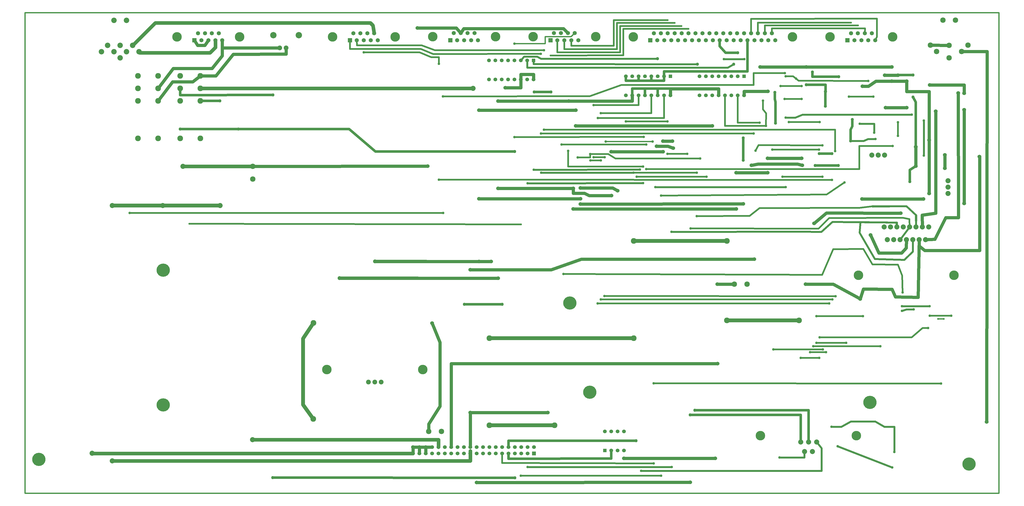
<source format=gbr>
* 
%FSLAX23Y23*%
%MOIN*%
%AD*%
%ADD10C, 0.002*%
%ADD11C, 0.005*%
%ADD12C, 0.008*%
%ADD13C, 0.010*%
%ADD14C, 0.015*%
%ADD15C, 0.020*%
%ADD16R, 0.025X0.060*%
%ADD17C, 0.025*%
%ADD18C, 0.025*%
%ADD19C, 0.029*%
%ADD70C, 0.030*%
%ADD71C, 0.030*%
%ADD20C, 0.035*%
%ADD21C, 0.039*%
%ADD22R, 0.039X0.055*%
%ADD23R, 0.040X0.048*%
%ADD24C, 0.040*%
%ADD25C, 0.040*%
%ADD26R, 0.042X0.055*%
%ADD27R, 0.042X0.055*%
%ADD28C, 0.045*%
%ADD29C, 0.048*%
%ADD72C, 0.050*%
%ADD73C, 0.050*%
%ADD30R, 0.051X0.079*%
%ADD31R, 0.051X0.079*%
%ADD32C, 0.055*%
%ADD33R, 0.055X0.055*%
%ADD34C, 0.055*%
%ADD35R, 0.055X0.055*%
%ADD36R, 0.055X0.042*%
%ADD37R, 0.055X0.039*%
%ADD38C, 0.059*%
%ADD39R, 0.060X0.025*%
%ADD40C, 0.060*%
%ADD41R, 0.060X0.060*%
%ADD42C, 0.060*%
%ADD43R, 0.062X0.062*%
%ADD44R, 0.062X0.062*%
%ADD45R, 0.062X0.062*%
%ADD46R, 0.063X0.118*%
%ADD47R, 0.063X0.118*%
%ADD48R, 0.063X0.118*%
%ADD49C, 0.065*%
%ADD50R, 0.065X0.065*%
%ADD52C, 0.075*%
%ADD53R, 0.078X0.110*%
%ADD54R, 0.078X0.110*%
%ADD55R, 0.079X0.079*%
%ADD56C, 0.080*%
%ADD57C, 0.085*%
%ADD58R, 0.085X0.100*%
%ADD59R, 0.085X0.110*%
%ADD60C, 0.086*%
%ADD61R, 0.086X0.027*%
%ADD62C, 0.090*%
%ADD63R, 0.090X0.085*%
%ADD64R, 0.090X0.085*%
%ADD65R, 0.090X0.085*%
%ADD66R, 0.094X0.031*%
%ADD67R, 0.095X0.160*%
%ADD68C, 0.100*%
%ADD69R, 0.130X0.235*%
%ADD74C, 0.150*%
%ADD75C, 0.208*%
%ADD76R, 0.235X0.130*%
%ADD77R, 0.235X0.130*%
%ADD78R, 0.264X0.264*%
%ADD79R, 0.264X0.264*%
%ADD80R, 0.264X0.264*%
%ADD81R, 0.395X0.125*%
%ADD82R, 0.395X0.125*%
G54D71*G1X10781Y11124D3*G1X12950Y11542D3*G1X15503Y11640D3*G1X15612Y11596D3*G1X12622Y11681D3*G1X12732Y11636D3*G1X12840Y11588D3*G1X16870Y06981D3*G1X16957Y06981D3*G1X16870Y06981D3*G1X16957Y06981D3*G1X05109Y08478D3*G1X10320Y08468D3*G54D25*G1X15846Y08751D3*G1X16646Y09550D3*G1X16646Y10100D3*G1X13504Y11068D3*G1X13824Y11068D3*G1X10214Y11309D3*G1X15469Y10476D3*G1X15852Y10476D3*G1X14394Y10643D3*G1X14724Y10643D3*G1X14476Y10797D3*G1X15772Y10724D3*G1X14526Y10076D3*G1X15007Y10076D3*G1X14166Y10016D3*G1X14118Y10413D3*G1X14066Y10066D3*G1X14166Y10016D3*G1X14458Y10440D3*G1X14724Y10440D3*G1X14424Y09218D3*G1X15051Y09218D3*G1X14266Y09644D3*G1X14999Y09644D3*G1X14637Y10759D3*G1X14476Y10797D3*G1X14001Y09627D3*G1X15053Y09711D3*G1X13972Y09896D3*G1X10631Y09895D3*G1X10629Y11149D3*G1X15201Y09166D3*G1X09029Y09170D3*G1X09028Y10994D3*G1X07850Y11172D3*G1X15251Y09620D3*G1X10678Y09957D3*G1X10677Y11208D3*G1X12246Y09842D3*G1X10216Y09841D3*G1X12385Y09771D3*G1X11650Y09771D3*G1X12285Y09724D3*G1X10954Y09724D3*G1X12285Y09338D3*G1X16156Y09699D3*G1X12981Y08403D3*G1X12929Y09577D3*G1X12618Y09577D3*G1X12618Y10088D3*G1X11964Y10088D3*G1X13079Y08597D3*G1X13080Y09281D3*G1X12085Y09281D3*G1X12135Y09216D3*G1X13231Y09216D3*G1X11404Y09573D3*G1X11209Y09520D3*G1X11410Y09473D3*G1X11572Y09473D3*G1X11571Y10216D3*G1X11458Y10342D3*G1X14377Y04801D3*G1X15194Y05284D3*G1X16183Y04885D3*G1X15292Y04978D3*G1X16149Y04642D3*G1X16302Y07181D3*G1X16735Y07181D3*G1X16301Y07106D3*G1X16486Y07131D3*G1X14909Y06549D3*G1X15962Y06549D3*G1X14959Y06603D3*G1X15425Y06603D3*G1X15008Y06690D3*G1X16711Y06835D3*G1X15058Y06501D3*G1X14281Y06501D3*G1X15109Y06455D3*G1X14859Y06455D3*G1X14711Y06365D3*G1X15003Y06365D3*G1X14959Y07022D3*G1X15688Y07023D3*G1X15259Y07338D3*G1X11630Y07339D3*G1X11632Y09522D3*G1X11459Y09522D3*G1X15209Y07285D3*G1X11572Y07286D3*G1X11572Y09473D3*G1X11410Y09473D3*G1X11523Y07223D3*G1X15159Y07223D3*G1X11524Y10141D3*G1X12235Y09115D3*G1X10423Y09114D3*G1X10985Y07685D3*G1X16313Y07397D3*G1X11404Y09573D3*G1X13131Y09503D3*G1X11058Y09623D3*G1X12235Y09375D3*G1X12683Y08351D3*G1X12685Y04651D3*G1X10422Y04651D3*G1X12185Y09329D3*G1X10519Y09327D3*G1X12085Y09281D3*G1X10634Y09280D3*G1X15400Y09126D3*G1X12519Y08921D3*G1X12519Y04512D3*G1X10314Y04512D3*G1X16916Y05962D3*G1X12401Y05968D3*G1X12401Y04708D3*G1X04173Y08645D3*G1X09094Y08645D3*G1X09092Y10481D3*G1X14461Y10847D3*G1X15864Y09911D3*G1X15639Y10051D3*G1X15496Y09780D3*G1X15885Y09811D3*G1X16237Y10072D3*G1X16237Y09861D3*G1X16455Y10194D3*G1X14475Y10145D3*G1X14475Y09052D3*G1X12427Y09053D3*G1X16738Y07031D3*G1X17074Y07031D3*G1X12204Y04590D3*G54D29*G1X15001Y09580D3*G1X15201Y09580D3*G54D73*G1X13723Y11166D3*G1X13087Y10988D3*G1X13658Y10987D3*G1X12461Y11072D3*G1X15308Y10789D3*G1X14896Y10863D3*G1X15100Y10327D3*G1X15100Y10558D3*G1X14800Y10664D3*G1X15101Y10558D3*G1X14938Y09394D3*G1X15301Y09394D3*G1X13809Y09827D3*G1X13809Y09475D3*G1X12974Y05470D3*G1X13049Y05544D3*G1X16517Y09382D3*G1X16517Y09688D3*G1X16517Y09382D3*G1X16426Y09141D3*G1X10524Y10550D3*G1X10787Y10549D3*G1X14316Y10061D3*G1X14304Y10543D3*G1X06422Y10502D3*G1X06417Y04482D3*G1X10222Y04479D3*G1X05877Y09967D3*G1X10219Y09612D3*G1X09429Y07211D3*G1X10021Y07211D3*G1X16517Y09688D3*G1X16475Y10470D3*G1X16475Y10815D3*G1X16033Y10815D3*G1X15522Y10116D3*G1X15496Y09780D3*G1X05587Y10410D3*G1X05877Y09967D3*G1X04964Y09966D3*G1X12125Y05063D3*G54D33*G1X12664Y10796D3*G1X10514Y11045D3*G1X13823Y10797D3*G54D34*G1X12564Y10796D3*G1X12464Y10796D3*G1X12364Y10796D3*G1X12264Y10796D3*G1X12164Y10796D3*G1X12064Y10796D3*G1X11964Y10796D3*G1X11964Y10496D3*G1X12064Y10496D3*G1X12164Y10496D3*G1X12264Y10496D3*G1X12364Y10496D3*G1X12464Y10496D3*G1X12564Y10496D3*G1X12664Y10496D3*G1X11734Y04909D3*G1X11834Y04909D3*G1X11934Y04909D3*G1X11934Y05209D3*G1X11834Y05209D3*G1X11734Y05209D3*G1X11634Y05209D3*G1X10414Y11045D3*G1X10314Y11045D3*G1X10214Y11045D3*G1X10114Y11045D3*G1X10014Y11045D3*G1X09914Y11045D3*G1X09814Y11045D3*G1X09814Y10745D3*G1X09914Y10745D3*G1X10014Y10745D3*G1X10114Y10745D3*G1X10214Y10745D3*G1X10314Y10745D3*G1X10414Y10745D3*G1X10514Y10745D3*G1X13723Y10797D3*G1X13623Y10797D3*G1X13523Y10797D3*G1X13423Y10797D3*G1X13323Y10797D3*G1X13223Y10797D3*G1X13123Y10797D3*G1X13123Y10497D3*G1X13223Y10497D3*G1X13323Y10497D3*G1X13423Y10497D3*G1X13523Y10497D3*G1X13623Y10497D3*G1X13723Y10497D3*G1X13823Y10497D3*G54D35*G1X11634Y04909D3*G54D38*G1X12564Y10796D3*G1X12464Y10796D3*G1X12364Y10796D3*G1X12264Y10796D3*G1X12164Y10796D3*G1X12064Y10796D3*G1X11964Y10796D3*G1X11964Y10496D3*G1X12064Y10496D3*G1X12164Y10496D3*G1X12264Y10496D3*G1X12364Y10496D3*G1X12464Y10496D3*G1X12564Y10496D3*G1X12664Y10496D3*G1X11734Y04909D3*G1X11834Y04909D3*G1X11934Y04909D3*G1X11934Y05209D3*G1X11834Y05209D3*G1X11734Y05209D3*G1X11634Y05209D3*G1X10414Y11045D3*G1X10314Y11045D3*G1X10214Y11045D3*G1X10114Y11045D3*G1X10014Y11045D3*G1X09914Y11045D3*G1X09814Y11045D3*G1X09814Y10745D3*G1X09914Y10745D3*G1X10014Y10745D3*G1X10114Y10745D3*G1X10214Y10745D3*G1X10314Y10745D3*G1X10414Y10745D3*G1X10514Y10745D3*G1X13723Y10797D3*G1X13623Y10797D3*G1X13523Y10797D3*G1X13423Y10797D3*G1X13323Y10797D3*G1X13223Y10797D3*G1X13123Y10797D3*G1X13123Y10497D3*G1X13223Y10497D3*G1X13323Y10497D3*G1X13423Y10497D3*G1X13523Y10497D3*G1X13623Y10497D3*G1X13723Y10497D3*G1X13823Y10497D3*G54D41*G1X10522Y04864D3*G54D42*G1X10422Y04864D3*G1X10322Y04864D3*G1X10222Y04864D3*G1X10122Y04864D3*G1X10022Y04864D3*G1X09922Y04864D3*G1X09822Y04864D3*G1X09722Y04864D3*G1X09622Y04864D3*G1X09522Y04864D3*G1X09422Y04864D3*G1X09322Y04864D3*G1X09222Y04864D3*G1X09122Y04864D3*G1X09022Y04864D3*G1X08922Y04864D3*G1X08822Y04864D3*G1X08722Y04864D3*G1X08622Y04864D3*G1X08622Y04964D3*G1X08722Y04964D3*G1X08822Y04964D3*G1X08922Y04964D3*G1X09022Y04964D3*G1X09122Y04964D3*G1X09222Y04964D3*G1X09322Y04964D3*G1X09422Y04964D3*G1X09522Y04964D3*G1X09622Y04964D3*G1X09722Y04964D3*G1X09822Y04964D3*G1X09922Y04964D3*G1X10022Y04964D3*G1X10122Y04964D3*G1X10222Y04964D3*G1X10322Y04964D3*G1X10422Y04964D3*G1X10522Y04964D3*G1X17186Y10532D3*G1X16740Y10660D3*G1X17277Y10529D3*G1X16831Y10246D3*G1X15681Y10640D3*G1X16143Y10721D3*G1X16283Y08644D3*G1X14922Y08483D3*G1X16730Y09793D3*G1X16729Y08953D3*G1X11934Y04785D3*G1X13368Y04786D3*G1X09522Y05505D3*G1X07468Y07624D3*G1X09959Y07621D3*G1X09959Y10408D3*G1X11068Y10407D3*G1X08024Y07885D3*G1X09659Y07883D3*G1X09658Y10262D3*G1X11179Y10263D3*G1X11068Y10407D3*G1X11179Y10018D3*G1X13323Y10018D3*G1X14194Y10559D3*G1X07468Y07623D3*G1X09959Y07621D3*G1X09959Y09033D3*G1X11140Y09034D3*G1X08024Y07884D3*G1X09659Y07883D3*G1X09659Y08869D3*G1X11251Y08869D3*G1X11140Y09032D3*G1X11737Y08921D3*G1X11251Y09041D3*G1X11835Y08998D3*G1X12448Y09698D3*G1X12708Y09666D3*G1X12696Y09778D3*G1X12548Y09777D3*G1X12548Y09609D3*G1X11735Y09610D3*G1X11140Y08709D3*G1X13700Y08710D3*G1X11251Y08787D3*G1X13809Y08789D3*G1X13699Y09280D3*G1X14192Y09280D3*G1X14192Y09505D3*G1X14725Y09505D3*G1X13937Y09395D3*G1X14736Y09395D3*G1X14076Y10944D3*G1X16143Y10944D3*G1X14076Y10944D3*G1X14800Y10944D3*G1X16517Y09687D3*G1X16517Y09382D3*G1X16975Y09350D3*G1X16975Y09560D3*G1X17277Y10271D3*G1X17278Y08798D3*G1X16640Y08866D3*G1X15674Y08868D3*G1X17633Y05360D3*G1X12974Y04410D3*G1X09622Y04407D3*G1X10072Y10616D3*G1X09959Y07621D3*G1X07468Y07621D3*G1X09849Y07884D3*G1X08024Y07884D3*G1X08923Y06913D3*G1X16046Y10303D3*G1X16374Y10303D3*G1X16374Y10721D3*G1X16143Y10721D3*G1X16240Y10814D3*G1X16033Y10814D3*G1X16730Y09793D3*G1X16143Y10721D3*G1X15644Y07294D3*G1X15809Y08299D3*G1X13403Y07525D3*G1X13404Y06275D3*G1X13981Y07920D3*G1X09523Y07754D3*G1X09521Y05505D3*G1X08852Y09382D3*G1X09521Y05505D3*G1X10740Y05505D3*G1X14788Y07525D3*G1X15645Y07295D3*G1X08692Y11558D3*G1X17520Y09532D3*G54D49*G1X05626Y11362D3*G1X05517Y11362D3*G1X05408Y11362D3*G1X05299Y11362D3*G1X05572Y11474D3*G1X05463Y11474D3*G1X05354Y11474D3*G1X05245Y11474D3*G1X14312Y11362D3*G1X14203Y11362D3*G1X14094Y11362D3*G1X13985Y11362D3*G1X13876Y11362D3*G1X13767Y11362D3*G1X13658Y11362D3*G1X13549Y11362D3*G1X13440Y11362D3*G1X13331Y11362D3*G1X13222Y11362D3*G1X13113Y11362D3*G1X13004Y11362D3*G1X12895Y11362D3*G1X12786Y11362D3*G1X12677Y11362D3*G1X12568Y11362D3*G1X12459Y11362D3*G1X14258Y11474D3*G1X14149Y11474D3*G1X14040Y11474D3*G1X13931Y11474D3*G1X13822Y11474D3*G1X13713Y11474D3*G1X13604Y11474D3*G1X13495Y11474D3*G1X13386Y11474D3*G1X13277Y11474D3*G1X13168Y11474D3*G1X13059Y11474D3*G1X12950Y11474D3*G1X12841Y11474D3*G1X12732Y11474D3*G1X12623Y11474D3*G1X12514Y11474D3*G1X12405Y11474D3*G1X08067Y11362D3*G1X07958Y11362D3*G1X07849Y11362D3*G1X07740Y11362D3*G1X08013Y11474D3*G1X07904Y11474D3*G1X07795Y11474D3*G1X07686Y11474D3*G1X09643Y11363D3*G1X09534Y11363D3*G1X09425Y11363D3*G1X09316Y11363D3*G1X09589Y11475D3*G1X09480Y11475D3*G1X09371Y11475D3*G1X09262Y11475D3*G1X15882Y11362D3*G1X15773Y11362D3*G1X15664Y11362D3*G1X15555Y11362D3*G1X15828Y11474D3*G1X15719Y11474D3*G1X15610Y11474D3*G1X15501Y11474D3*G1X11217Y11363D3*G1X11108Y11363D3*G1X10999Y11363D3*G1X10890Y11363D3*G1X11163Y11475D3*G1X11054Y11475D3*G1X10945Y11475D3*G1X10836Y11475D3*G54D50*G1X05190Y11362D3*G1X12350Y11362D3*G1X07631Y11362D3*G1X09207Y11363D3*G1X15446Y11362D3*G1X10781Y11363D3*G54D52*G1X06529Y11242D3*G1X06629Y11244D3*G1X08123Y05988D3*G1X08023Y05988D3*G1X07923Y05988D3*G54D56*G1X14961Y05043D3*G1X14836Y05043D3*G1X14711Y05043D3*G1X14771Y04893D3*G1X14896Y04894D3*G1X16721Y08425D3*G1X16671Y08225D3*G1X16621Y08425D3*G1X16571Y08225D3*G1X16521Y08425D3*G1X16471Y08225D3*G1X16421Y08425D3*G1X16371Y08225D3*G1X16321Y08425D3*G1X16271Y08225D3*G1X16221Y08425D3*G1X16171Y08225D3*G1X16121Y08425D3*G1X16071Y08225D3*G1X16021Y08425D3*G1X17026Y08953D3*G1X17026Y09053D3*G1X17026Y09153D3*G1X15827Y09557D3*G1X15927Y09557D3*G1X16027Y09557D3*G1X09565Y10605D3*G1X06103Y05079D3*G1X05009Y09379D3*G1X03582Y04866D3*G1X03897Y04748D3*G1X04692Y08763D3*G1X05591Y08763D3*G1X03897Y08764D3*G54D57*G1X16747Y11285D3*G1X16846Y11186D3*G1X17041Y11284D3*G1X17240Y11186D3*G1X17337Y11285D3*G1X17041Y11088D3*G1X17142Y11680D3*G1X16944Y11679D3*G1X09070Y05211D3*G1X08870Y05211D3*G1X13668Y07525D3*G1X13868Y07525D3*G1X06106Y09181D3*G1X06106Y09381D3*G54D60*G1X04121Y11676D3*G1X03924Y11676D3*G1X04022Y11283D3*G1X04219Y11283D3*G1X03825Y11283D3*G1X03727Y11184D3*G1X03924Y11184D3*G1X04121Y11184D3*G1X04318Y11184D3*G1X04022Y11086D3*G54D62*G1X04620Y09819D3*G1X04620Y10410D3*G1X04620Y10607D3*G1X04620Y10803D3*G1X04301Y10803D3*G1X04301Y10607D3*G1X04301Y10410D3*G1X04301Y09819D3*G1X05283Y09819D3*G1X05283Y10409D3*G1X05283Y10606D3*G1X05283Y10803D3*G1X04964Y10803D3*G1X04964Y10606D3*G1X04964Y10409D3*G1X04964Y09819D3*G1X10846Y05307D3*G1X09822Y05307D3*G1X07057Y06915D3*G1X07056Y05408D3*G1X13553Y06958D3*G1X14685Y06957D3*G1X13551Y08206D3*G1X12087Y08206D3*G1X12087Y06677D3*G1X09822Y06677D3*G54D68*G1X06830Y11443D3*G1X06429Y11444D3*G54D74*G1X05900Y11418D3*G1X04916Y11418D3*G1X14581Y11418D3*G1X12081Y11418D3*G1X08341Y11418D3*G1X07357Y11418D3*G1X09917Y11419D3*G1X08933Y11419D3*G1X16156Y11418D3*G1X15172Y11418D3*G1X11491Y11419D3*G1X10507Y11419D3*G1X07267Y06183D3*G1X08775Y06183D3*G1X14077Y05143D3*G1X15585Y05143D3*G1X15618Y07668D3*G1X17118Y07668D3*G54D75*G1X04700Y05626D3*G1X04700Y07746D3*G1X11400Y05826D3*G1X11085Y07231D3*G1X17355Y04696D3*G1X02744Y04771D3*G1X15800Y05666D3*G54D15*G1X16870Y06981D2*G1X16957Y06981D1*G1X16957Y06981D2*G1X12385Y09771D2*G1X11650Y09771D1*G1X11650Y09771D2*G1X02528Y11796D2*G1X17825Y11795D1*G1X17825Y04236D1*G1X02529Y04236D1*G1X02528Y11796D1*G1X02528Y11796D2*G1X16870Y06981D2*G1X16957Y06981D1*G1X16957Y06981D2*G1X10214Y11309D2*G1X10698Y11310D1*G1X10698Y11420D1*G1X11104Y11420D1*G1X11163Y11475D1*G1X11163Y11475D2*G54D17*G1X04173Y08645D2*G1X09094Y08645D1*G1X09094Y08645D2*G1X12401Y04708D2*G1X10022Y04713D1*G1X10022Y04864D1*G1X10022Y04864D2*G1X10781Y11124D2*G1X11924Y11125D1*G1X11924Y11542D1*G1X12950Y11542D1*G1X12950Y11542D2*G1X16916Y05962D2*G1X12401Y05968D1*G1X12401Y05968D2*G1X12519Y04512D2*G1X10314Y04512D1*G1X10314Y04512D2*G1X14040Y11474D2*G1X14040Y11640D1*G1X15503Y11640D1*G1X15503Y11640D2*G1X14149Y11474D2*G1X14149Y11596D1*G1X15612Y11596D1*G1X15612Y11596D2*G1X14258Y11474D2*G1X14258Y11551D1*G1X15721Y11551D1*G1X15719Y11474D1*G1X15719Y11474D2*G1X13931Y11474D2*G1X13931Y11701D1*G1X15909Y11702D1*G1X15909Y11416D1*G1X15882Y11362D1*G1X15882Y11362D2*G1X11108Y11363D2*G1X11108Y11277D1*G1X11774Y11277D1*G1X11774Y11680D1*G1X12622Y11681D1*G1X12622Y11681D2*G1X10999Y11363D2*G1X10999Y11222D1*G1X11824Y11222D1*G1X11824Y11636D1*G1X12732Y11636D1*G1X12732Y11636D2*G1X10890Y11363D2*G1X10890Y11172D1*G1X11874Y11173D1*G1X11874Y11588D1*G1X12840Y11588D1*G1X12840Y11588D2*G1X15400Y09126D2*G1X15118Y08937D1*G1X12519Y08921D1*G1X12519Y08921D2*G1X11404Y09573D2*G1X11688Y09573D1*G1X11801Y09503D1*G1X13131Y09503D1*G1X13131Y09503D2*G1X10985Y07685D2*G1X15050Y07673D1*G1X15222Y08076D1*G1X15694Y08079D1*G1X15838Y07835D1*G1X16240Y07832D1*G1X16306Y07660D1*G1X16313Y07397D1*G1X16313Y07397D2*G1X11524Y10141D2*G1X12564Y10141D1*G1X12564Y10496D1*G1X12564Y10496D2*G1X11523Y07223D2*G1X15159Y07223D1*G1X15159Y07223D2*G1X11572Y09473D2*G1X11410Y09473D1*G1X11410Y09473D2*G1X15209Y07285D2*G1X11572Y07286D1*G1X11572Y07286D2*G1X11632Y09522D2*G1X11459Y09522D1*G1X11459Y09522D2*G1X15259Y07338D2*G1X11630Y07339D1*G1X11630Y07339D2*G1X14959Y07022D2*G1X15688Y07023D1*G1X15688Y07023D2*G1X14711Y06365D2*G1X15003Y06365D1*G1X15003Y06365D2*G1X15109Y06455D2*G1X14859Y06455D1*G1X14859Y06455D2*G1X15058Y06501D2*G1X14281Y06501D1*G1X14281Y06501D2*G1X15008Y06690D2*G1X16455Y06690D1*G1X16625Y06835D1*G1X16711Y06835D1*G1X16711Y06835D2*G1X14959Y06603D2*G1X15425Y06603D1*G1X15425Y06603D2*G1X14909Y06549D2*G1X15962Y06549D1*G1X15962Y06549D2*G1X11458Y10342D2*G1X12164Y10342D1*G1X12164Y10496D1*G1X12164Y10496D2*G1X11571Y10216D2*G1X12364Y10216D1*G1X12364Y10496D1*G1X12364Y10496D2*G1X15469Y10476D2*G1X15852Y10476D1*G1X15852Y10476D2*G1X11410Y09473D2*G1X11572Y09473D1*G1X11572Y09473D2*G1X14394Y10643D2*G1X14724Y10643D1*G1X14724Y10643D2*G1X14476Y10797D2*G1X14592Y10797D1*G1X14677Y10725D1*G1X15772Y10724D1*G1X15772Y10724D2*G1X14526Y10076D2*G1X15007Y10076D1*G1X15007Y10076D2*G1X14166Y10016D2*G1X14167Y10213D1*G1X14117Y10278D1*G1X14118Y10413D1*G1X14118Y10413D2*G1X14066Y10066D2*G1X13723Y10066D1*G1X13723Y10497D1*G1X13723Y10497D2*G1X14166Y10016D2*G1X13523Y10016D1*G1X13523Y10497D1*G1X13523Y10497D2*G1X14458Y10440D2*G1X14724Y10440D1*G1X14724Y10440D2*G1X11404Y09573D2*G1X11404Y09520D1*G1X11209Y09520D1*G1X11209Y09520D2*G1X14424Y09218D2*G1X15051Y09218D1*G1X15051Y09218D2*G1X14266Y09644D2*G1X14999Y09644D1*G1X14999Y09644D2*G1X12135Y09216D2*G1X13231Y09216D1*G1X13231Y09216D2*G1X14637Y10759D2*G1X14592Y10797D1*G1X14476Y10797D1*G1X14476Y10797D2*G1X14001Y09627D2*G1X14049Y09712D1*G1X15053Y09711D1*G1X15053Y09711D2*G1X13080Y09281D2*G1X12085Y09281D1*G1X12085Y09281D2*G1X13972Y09896D2*G1X10631Y09895D1*G1X10631Y09895D2*G1X10629Y11149D2*G1X08940Y11148D1*G1X08744Y11228D1*G1X07632Y11228D1*G1X07631Y11362D1*G1X07631Y11362D2*G1X15201Y09166D2*G1X09029Y09170D1*G1X09029Y09170D2*G1X09028Y10994D2*G1X09027Y11097D1*G1X08909Y11097D1*G1X08725Y11172D1*G1X07850Y11172D1*G1X07850Y11172D2*G1X15251Y09620D2*G1X15251Y09958D1*G1X10678Y09957D1*G1X10678Y09957D2*G1X10677Y11208D2*G1X08966Y11207D1*G1X08759Y11284D1*G1X07741Y11283D1*G1X07740Y11362D1*G1X07740Y11362D2*G1X12246Y09842D2*G1X10216Y09841D1*G1X10216Y09841D2*G1X12285Y09724D2*G1X10954Y09724D1*G1X10954Y09724D2*G1X12285Y09338D2*G1X15633Y09338D1*G1X15633Y09699D1*G1X16156Y09699D1*G1X16156Y09699D2*G1X12981Y08403D2*G1X14992Y08401D1*G1X15160Y08567D1*G1X16318Y08569D1*G1X16417Y08549D1*G1X16421Y08425D1*G1X16421Y08425D2*G1X12929Y09577D2*G1X12618Y09577D1*G1X12618Y09577D2*G1X12618Y10088D2*G1X11964Y10088D1*G1X11964Y10088D2*G1X13079Y08597D2*G1X13910Y08599D1*G1X14064Y08724D1*G1X15632Y08726D1*G1X15854Y08752D1*G1X16376Y08750D1*G1X16519Y08612D1*G1X16523Y08421D1*G1X16523Y08421D2*G1X09092Y10481D2*G1X11400Y10482D1*G1X11896Y10660D1*G1X13972Y10659D1*G1X13972Y10847D1*G1X14461Y10847D1*G1X14461Y10847D2*G1X05109Y08478D2*G1X10320Y08468D1*G1X10320Y08468D2*G1X16237Y10072D2*G1X16237Y09861D1*G1X16237Y09861D2*G1X16738Y07031D2*G1X17074Y07031D1*G1X17074Y07031D2*G1X11058Y09623D2*G1X11058Y09375D1*G1X12235Y09375D1*G1X12235Y09375D2*G54D24*G1X13809Y09827D2*G1X13809Y09475D1*G1X13809Y09475D2*G1X14711Y05043D2*G1X14711Y05470D1*G1X12974Y05470D1*G1X12974Y05470D2*G1X10122Y04964D2*G1X10122Y05063D1*G1X12125Y05063D1*G1X12125Y05063D2*G1X13049Y05544D2*G1X14836Y05544D1*G1X14836Y05043D1*G1X14836Y05043D2*G1X04964Y10602D2*G1X04964Y10501D1*G1X06422Y10502D1*G1X06422Y10502D2*G1X06417Y04482D2*G1X10222Y04479D1*G1X10222Y04479D2*G1X05877Y09967D2*G1X07620Y09968D1*G1X08031Y09613D1*G1X10219Y09612D1*G1X10219Y09612D2*G1X09429Y07211D2*G1X10021Y07211D1*G1X10021Y07211D2*G1X10122Y04864D2*G1X10122Y04781D1*G1X11734Y04782D1*G1X11734Y04909D1*G1X11734Y04909D2*G1X10524Y10550D2*G1X10787Y10549D1*G1X10787Y10549D2*G1X15100Y10327D2*G1X15100Y10558D1*G1X15100Y10558D2*G1X14938Y09394D2*G1X15301Y09394D1*G1X15301Y09394D2*G1X15308Y10789D2*G1X14896Y10789D1*G1X14896Y10863D1*G1X14896Y10863D2*G1X13440Y11362D2*G1X13440Y11270D1*G1X13531Y11166D1*G1X13723Y11166D1*G1X13723Y11166D2*G1X05877Y09967D2*G1X04964Y09966D1*G1X04964Y09966D2*G1X05587Y10410D2*G1X05283Y10409D1*G1X05283Y10409D2*G1X16517Y09688D2*G1X16517Y10389D1*G1X16475Y10470D1*G1X16475Y10470D2*G1X11964Y10796D2*G1X11964Y10725D1*G1X12164Y10725D1*G1X12164Y10796D1*G1X12164Y10796D2*G1X12564Y10796D2*G1X12564Y10873D1*G1X13876Y10874D1*G1X13876Y11362D1*G1X13876Y11362D2*G1X16517Y09382D2*G1X16426Y09323D1*G1X16426Y09141D1*G1X16426Y09141D2*G1X16517Y09382D2*G1X16517Y09688D1*G1X16517Y09688D2*G1X14800Y10664D2*G1X15101Y10664D1*G1X15101Y10558D1*G1X15101Y10558D2*G1X16475Y10815D2*G1X16033Y10815D1*G1X16033Y10815D2*G1X15001Y09580D2*G1X15201Y09580D1*G1X15201Y09580D2*G1X12164Y10796D2*G1X12164Y10725D1*G1X12364Y10725D1*G1X12364Y10796D1*G1X12364Y10796D2*G1X12364Y10796D2*G1X12365Y10725D1*G1X12564Y10725D1*G1X12564Y10796D1*G1X12564Y10796D2*G1X12064Y10496D2*G1X12064Y10604D1*G1X12264Y10604D1*G1X12264Y10496D1*G1X12264Y10496D2*G1X14316Y10061D2*G1X14316Y10393D1*G1X14304Y10438D1*G1X14304Y10543D1*G1X14304Y10543D2*G1X12264Y10496D2*G1X12264Y10604D1*G1X12464Y10604D1*G1X12464Y10496D1*G1X12464Y10496D2*G1X12464Y10496D2*G1X12464Y10604D1*G1X12665Y10604D1*G1X12664Y10496D1*G1X12664Y10496D2*G1X15522Y10116D2*G1X15522Y10009D1*G1X15496Y09957D1*G1X15496Y09780D1*G1X15496Y09780D2*G54D32*G1X05283Y10606D2*G1X09565Y10605D1*G1X09565Y10605D2*G1X09022Y04964D2*G1X09022Y05080D1*G1X06103Y05079D1*G1X06103Y05079D2*G1X06106Y09381D2*G1X05009Y09379D1*G1X05009Y09379D2*G1X08622Y04864D2*G1X03582Y04864D1*G1X03582Y04866D1*G1X03582Y04866D2*G1X05517Y11362D2*G1X05517Y11249D1*G1X05433Y11165D1*G1X04330Y11165D1*G1X04318Y11184D1*G1X04318Y11184D2*G1X04219Y11283D2*G1X04575Y11638D1*G1X07952Y11638D1*G1X07992Y11598D1*G1X08013Y11474D1*G1X08013Y11474D2*G1X09522Y04904D2*G1X09522Y04748D1*G1X03897Y04748D1*G1X03897Y04748D2*G54D40*G1X13553Y06958D2*G1X14685Y06957D1*G1X14685Y06957D2*G1X12087Y06677D2*G1X09822Y06677D1*G1X09822Y06677D2*G1X04692Y08763D2*G1X05591Y08763D1*G1X05591Y08763D2*G1X13551Y08206D2*G1X12087Y08206D1*G1X12087Y08206D2*G1X10846Y05307D2*G1X09822Y05307D1*G1X09822Y05307D2*G1X04692Y08763D2*G1X04692Y08764D1*G1X03897Y08764D1*G1X03897Y08764D2*G1X07057Y06915D2*G1X06895Y06671D1*G1X06895Y05631D1*G1X07056Y05408D1*G1X07056Y05408D2*G54D70*G1X12685Y04651D2*G1X10422Y04651D1*G1X10422Y04651D2*G1X12683Y08351D2*G1X14710Y08352D1*G1X15036Y08349D1*G1X15210Y08506D1*G1X16213Y08498D1*G1X16221Y08425D1*G1X16221Y08425D2*G1X16421Y08425D2*G1X16271Y08225D1*G1X16271Y08225D2*G1X16521Y08425D2*G1X16525Y08610D1*G1X16372Y08752D1*G1X15846Y08751D1*G1X15846Y08751D2*G1X14377Y04801D2*G1X14767Y04800D1*G1X14767Y04887D1*G1X14767Y04887D2*G1X16646Y09550D2*G1X16646Y10100D1*G1X16646Y10100D2*G1X12235Y09115D2*G1X10423Y09114D1*G1X10423Y09114D2*G1X14961Y05043D2*G1X15039Y04945D1*G1X15039Y04590D1*G1X12204Y04590D1*G1X12204Y04590D2*G1X12185Y09329D2*G1X10519Y09327D1*G1X10519Y09327D2*G1X12085Y09281D2*G1X10634Y09280D1*G1X10634Y09280D2*G1X15194Y05284D2*G1X15348Y05284D1*G1X15498Y05366D1*G1X15882Y05366D1*G1X16026Y05284D1*G1X16183Y05284D1*G1X16183Y04885D1*G1X16183Y04885D2*G1X15292Y04978D2*G1X16149Y04642D1*G1X16149Y04642D2*G1X16302Y07181D2*G1X16735Y07181D1*G1X16735Y07181D2*G1X16301Y07106D2*G1X16372Y07131D1*G1X16486Y07131D1*G1X16486Y07131D2*G1X15864Y09911D2*G1X15864Y10051D1*G1X15639Y10051D1*G1X15639Y10051D2*G1X15496Y09780D2*G1X15699Y09780D1*G1X15768Y09810D1*G1X15885Y09811D1*G1X15885Y09811D2*G1X13504Y11068D2*G1X13824Y11068D1*G1X13824Y11068D2*G1X10314Y11045D2*G1X10364Y11105D1*G1X10572Y11105D1*G1X10632Y11073D1*G1X12461Y11072D1*G1X12461Y11072D2*G1X10414Y11045D2*G1X10414Y10934D1*G1X13564Y10933D1*G1X13658Y10987D1*G1X13658Y10987D2*G1X10514Y11045D2*G1X10514Y10989D1*G1X13087Y10988D1*G1X13087Y10988D2*G1X16471Y08225D2*G1X16471Y08040D1*G1X16338Y07910D1*G1X15874Y07924D1*G1X15636Y08338D1*G1X15647Y08504D1*G1X16221Y08498D1*G1X16221Y08425D1*G1X16221Y08425D2*G1X16455Y10194D2*G1X14738Y10194D1*G1X14625Y10145D1*G1X14475Y10145D1*G1X14475Y10145D2*G1X14475Y09052D2*G1X12427Y09053D1*G1X12427Y09053D2*G54D72*G1X16571Y08225D2*G1X16571Y08126D1*G1X16658Y08058D1*G1X17522Y08058D1*G1X17522Y09532D1*G1X17520Y09532D1*G1X17520Y09532D2*G1X08692Y11558D2*G1X09301Y11558D1*G1X09371Y11475D1*G1X09371Y11475D2*G1X05626Y11362D2*G1X05626Y11120D1*G1X05466Y10921D1*G1X04855Y10921D1*G1X04620Y10607D1*G1X04620Y10607D2*G1X05283Y10803D2*G1X05161Y10709D1*G1X04844Y10709D1*G1X04620Y10410D1*G1X04620Y10410D2*G1X06629Y11244D2*G1X06629Y11145D1*G1X05800Y11144D1*G1X05524Y10803D1*G1X05283Y10803D1*G1X05283Y10803D2*G1X10314Y10745D2*G1X10314Y10828D1*G1X10514Y10828D1*G1X10514Y10745D1*G1X10514Y10745D2*G1X14788Y07525D2*G1X15222Y07527D1*G1X15645Y07295D1*G1X15645Y07295D2*G1X08622Y04964D2*G1X08622Y04864D1*G1X08622Y04864D2*G1X09521Y05505D2*G1X10740Y05505D1*G1X10740Y05505D2*G1X11054Y11475D2*G1X10985Y11545D1*G1X09420Y11545D1*G1X09371Y11475D1*G1X09371Y11475D2*G1X08852Y09382D2*G1X06106Y09381D1*G1X06106Y09381D2*G1X09521Y05505D2*G1X09522Y04964D1*G1X09522Y04964D2*G1X13981Y07920D2*G1X11264Y07921D1*G1X10792Y07753D1*G1X09523Y07754D1*G1X09523Y07754D2*G1X13404Y06275D2*G1X09222Y06275D1*G1X09222Y04964D1*G1X09222Y04964D2*G1X13668Y07525D2*G1X13403Y07525D1*G1X13403Y07525D2*G1X15809Y08299D2*G1X15940Y08018D1*G1X16294Y08018D1*G1X16368Y08096D1*G1X16371Y08225D1*G1X16371Y08225D2*G1X16571Y08225D2*G1X16555Y07319D1*G1X16200Y07326D1*G1X16144Y07448D1*G1X15696Y07449D1*G1X15644Y07294D1*G1X15644Y07294D2*G1X16730Y09793D2*G1X16729Y10556D1*G1X16374Y10556D1*G1X16374Y10721D1*G1X16143Y10721D1*G1X16143Y10721D2*G1X16240Y10814D2*G1X16033Y10814D1*G1X16033Y10814D2*G1X16374Y10721D2*G1X16143Y10721D1*G1X16143Y10721D2*G1X16046Y10303D2*G1X16374Y10303D1*G1X16374Y10303D2*G1X08722Y04864D2*G1X08722Y04964D1*G1X08722Y04964D2*G1X08870Y05211D2*G1X08870Y05325D1*G1X09045Y05606D1*G1X09045Y06611D1*G1X08923Y06913D1*G1X08923Y06913D2*G1X09849Y07884D2*G1X08024Y07884D1*G1X08024Y07884D2*G1X09959Y07621D2*G1X07468Y07621D1*G1X07468Y07621D2*G1X10072Y10616D2*G1X10314Y10616D1*G1X10314Y10745D1*G1X10314Y10745D2*G1X08722Y04964D2*G1X08822Y04964D1*G1X08822Y04964D2*G1X08822Y04964D2*G1X08822Y04864D1*G1X08822Y04864D2*G1X08822Y04964D2*G1X08922Y04964D1*G1X08922Y04964D2*G1X12974Y04410D2*G1X09622Y04407D1*G1X09622Y04407D2*G1X17633Y05360D2*G1X17638Y11186D1*G1X17240Y11186D1*G1X17240Y11186D2*G1X05190Y11362D2*G1X05238Y11283D1*G1X05351Y11283D1*G1X05408Y11362D1*G1X05408Y11362D2*G1X08622Y04964D2*G1X08722Y04964D1*G1X08722Y04964D2*G1X06529Y11242D2*G1X05626Y11243D1*G1X05626Y11362D1*G1X05626Y11362D2*G1X16640Y08866D2*G1X15674Y08868D1*G1X15674Y08868D2*G1X17277Y10271D2*G1X17278Y08798D1*G1X17278Y08798D2*G1X16975Y09350D2*G1X16975Y09560D1*G1X16975Y09560D2*G1X16517Y09687D2*G1X16517Y09382D1*G1X16517Y09382D2*G1X14076Y10944D2*G1X14800Y10944D1*G1X14800Y10944D2*G1X13937Y09395D2*G1X14042Y09415D1*G1X14661Y09415D1*G1X14736Y09395D1*G1X14736Y09395D2*G1X14192Y09505D2*G1X14725Y09505D1*G1X14725Y09505D2*G1X13699Y09280D2*G1X14192Y09280D1*G1X14192Y09280D2*G1X11251Y08787D2*G1X13809Y08789D1*G1X13809Y08789D2*G1X11140Y08709D2*G1X13700Y08710D1*G1X13700Y08710D2*G1X12548Y09609D2*G1X11735Y09610D1*G1X11735Y09610D2*G1X12696Y09778D2*G1X12548Y09777D1*G1X12548Y09777D2*G1X12448Y09698D2*G1X12624Y09697D1*G1X12708Y09666D1*G1X12708Y09666D2*G1X11251Y09041D2*G1X11758Y09041D1*G1X11835Y08998D1*G1X11835Y08998D2*G1X11140Y09032D2*G1X11140Y08958D1*G1X11314Y08958D1*G1X11388Y08921D1*G1X11737Y08921D1*G1X11737Y08921D2*G1X09659Y08869D2*G1X11251Y08869D1*G1X11251Y08869D2*G1X08024Y07884D2*G1X09659Y07883D1*G1X09659Y07883D2*G1X09959Y09033D2*G1X11140Y09034D1*G1X11140Y09034D2*G1X07468Y07623D2*G1X09959Y07621D1*G1X09959Y07621D2*G1X13823Y10497D2*G1X13823Y10560D1*G1X14194Y10559D1*G1X14194Y10559D2*G1X11179Y10018D2*G1X13323Y10018D1*G1X13323Y10018D2*G1X12664Y10496D2*G1X12664Y10601D1*G1X13423Y10601D1*G1X13423Y10497D1*G1X13423Y10497D2*G1X11068Y10407D2*G1X12064Y10408D1*G1X12064Y10496D1*G1X12064Y10496D2*G1X09658Y10262D2*G1X11179Y10263D1*G1X11179Y10263D2*G1X08024Y07885D2*G1X09659Y07883D1*G1X09659Y07883D2*G1X09959Y10408D2*G1X11068Y10407D1*G1X11068Y10407D2*G1X07468Y07624D2*G1X09959Y07621D1*G1X09959Y07621D2*G1X09522Y05505D2*G1X09522Y04964D1*G1X09522Y04964D2*G1X11934Y04785D2*G1X13368Y04786D1*G1X13368Y04786D2*G1X16747Y11285D2*G1X17041Y11284D1*G1X17041Y11284D2*G1X17186Y10532D2*G1X17187Y08572D1*G1X16990Y08572D1*G1X16817Y08233D1*G1X16671Y08225D1*G1X16671Y08225D2*G1X16740Y10660D2*G1X17277Y10660D1*G1X17277Y10529D1*G1X17277Y10529D2*G1X16831Y10246D2*G1X16831Y08644D1*G1X16619Y08614D1*G1X16621Y08425D1*G1X16621Y08425D2*G1X16730Y09793D2*G1X16729Y08953D1*G1X16729Y08953D2*G1X16283Y08644D2*G1X15114Y08647D1*G1X14922Y08483D1*G1X14922Y08483D2*G1X15681Y10640D2*G1X15775Y10640D1*G1X15893Y10721D1*G1X16143Y10721D1*G1X16143Y10721D2*G1X14076Y10944D2*G1X16143Y10944D1*G1X16143Y10944D2*M2*
</source>
